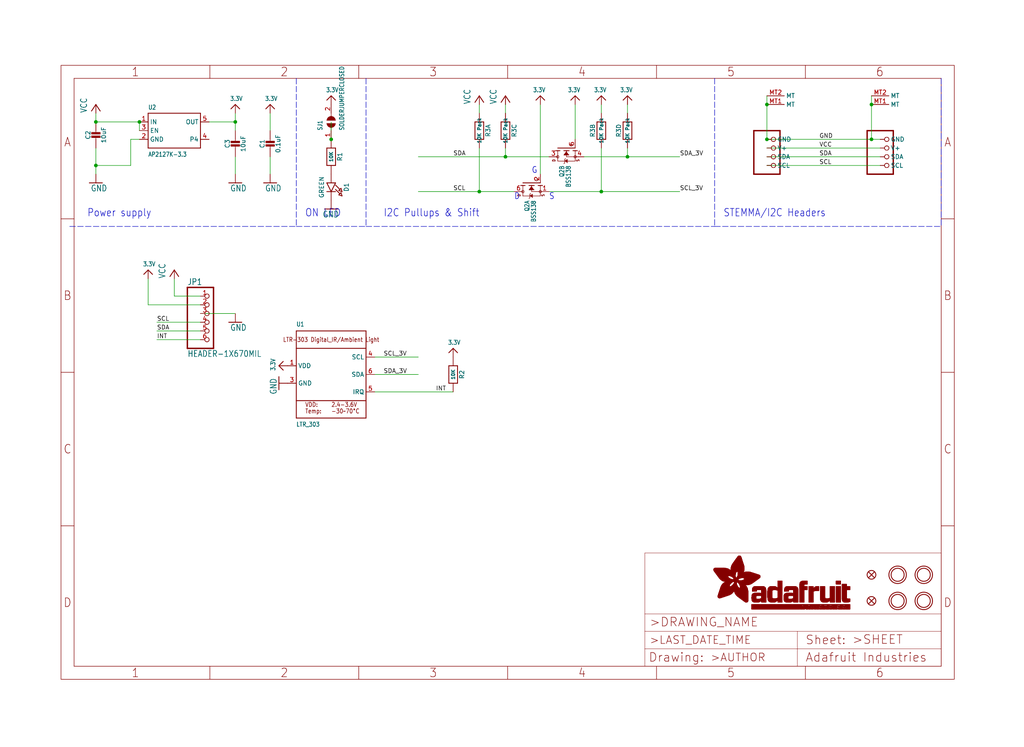
<source format=kicad_sch>
(kicad_sch (version 20211123) (generator eeschema)
  (paper "User" 298.45 217.881)
  (lib_symbols
    (symbol "eagleSchem-eagle-import:3.3V" (power)
      (property "Value" "3.3V" (at -1.524 1.016 0))
      (symbol "3.3V_1_0"
        (pin power_in line (at 0 -2.54 90) (length 2.54) (name "3.3V") (number "1"))
      )
    )
    (symbol "eagleSchem-eagle-import:CAP_CERAMIC0603_NO"
      (property "Reference" "C" (at -2.29 1.25 90))
      (property "Value" "CAP_CERAMIC0603_NO" (at 2.3 1.25 90))
      (symbol "CAP_CERAMIC0603_NO_1_0"
        (pin passive line (at 0 5.08 270) (length 2.54) (name "1") (number "1"))
        (pin passive line (at 0 -2.54 90) (length 2.54) (name "2") (number "2"))
      )
    )
    (symbol "eagleSchem-eagle-import:CAP_CERAMIC0805-NOOUTLINE"
      (property "Reference" "C" (at -2.29 1.25 90))
      (property "Value" "CAP_CERAMIC0805-NOOUTLINE" (at 2.3 1.25 90))
      (symbol "CAP_CERAMIC0805-NOOUTLINE_1_0"
        (pin passive line (at 0 5.08 270) (length 2.54) (name "1") (number "1"))
        (pin passive line (at 0 -2.54 90) (length 2.54) (name "2") (number "2"))
      )
    )
    (symbol "eagleSchem-eagle-import:FIDUCIAL_1MM")
    (symbol "eagleSchem-eagle-import:FRAME_A4_ADAFRUIT"
      (symbol "FRAME_A4_ADAFRUIT_0_0"
        (text "1" (at 21.6958 1.905 0) (effects (font (size 2.54 2.286))))
        (text "1" (at 21.6958 177.165 0) (effects (font (size 2.54 2.286))))
        (text "2" (at 65.0875 1.905 0) (effects (font (size 2.54 2.286))))
        (text "2" (at 65.0875 177.165 0) (effects (font (size 2.54 2.286))))
        (text "3" (at 108.4792 1.905 0) (effects (font (size 2.54 2.286))))
        (text "3" (at 108.4792 177.165 0) (effects (font (size 2.54 2.286))))
        (text "4" (at 151.8708 1.905 0) (effects (font (size 2.54 2.286))))
        (text "4" (at 151.8708 177.165 0) (effects (font (size 2.54 2.286))))
        (text "5" (at 195.2625 1.905 0) (effects (font (size 2.54 2.286))))
        (text "5" (at 195.2625 177.165 0) (effects (font (size 2.54 2.286))))
        (text "6" (at 238.6542 1.905 0) (effects (font (size 2.54 2.286))))
        (text "6" (at 238.6542 177.165 0) (effects (font (size 2.54 2.286))))
        (text "A" (at 1.905 156.6863 0) (effects (font (size 2.54 2.286))))
        (text "A" (at 258.445 156.6863 0) (effects (font (size 2.54 2.286))))
        (text "B" (at 1.905 111.9188 0) (effects (font (size 2.54 2.286))))
        (text "B" (at 258.445 111.9188 0) (effects (font (size 2.54 2.286))))
        (text "C" (at 1.905 67.1513 0) (effects (font (size 2.54 2.286))))
        (text "C" (at 258.445 67.1513 0) (effects (font (size 2.54 2.286))))
        (text "D" (at 1.905 22.3838 0) (effects (font (size 2.54 2.286))))
        (text "D" (at 258.445 22.3838 0) (effects (font (size 2.54 2.286))))
      )
      (symbol "FRAME_A4_ADAFRUIT_1_0"
        (text ">AUTHOR" (at 189.23 5.08 0) (effects (font (size 2.286 2.286)) (justify left bottom)))
        (text ">DRAWING_NAME" (at 171.45 15.24 0) (effects (font (size 2.54 2.54)) (justify left bottom)))
        (text ">LAST_DATE_TIME" (at 171.45 10.16 0) (effects (font (size 2.286 2.286)) (justify left bottom)))
        (text ">SHEET" (at 230.505 10.16 0) (effects (font (size 2.54 2.54)) (justify left bottom)))
        (text "Adafruit Industries" (at 216.916 4.953 0) (effects (font (size 2.54 2.54)) (justify left bottom)))
        (text "Drawing:" (at 171.196 4.953 0) (effects (font (size 2.54 2.54)) (justify left bottom)))
        (text "Sheet:" (at 216.916 10.033 0) (effects (font (size 2.54 2.54)) (justify left bottom)))
      )
    )
    (symbol "eagleSchem-eagle-import:GND" (power)
      (property "Value" "GND" (at -2.54 -2.54 0))
      (symbol "GND_1_0"
        (pin power_in line (at 0 2.54 270) (length 2.54) (name "GND") (number "1"))
      )
    )
    (symbol "eagleSchem-eagle-import:HEADER-1X670MIL"
      (property "Reference" "JP" (at -6.35 10.795 0))
      (property "Value" "HEADER-1X670MIL" (at -6.35 -10.16 0))
      (symbol "HEADER-1X670MIL_1_0"
        (pin passive inverted (at -2.54 7.62 0) (length 2.54) (name "1") (number "1"))
        (pin passive inverted (at -2.54 5.08 0) (length 2.54) (name "2") (number "2"))
        (pin passive inverted (at -2.54 2.54 0) (length 2.54) (name "3") (number "3"))
        (pin passive inverted (at -2.54 0 0) (length 2.54) (name "4") (number "4"))
        (pin passive inverted (at -2.54 -2.54 0) (length 2.54) (name "5") (number "5"))
        (pin passive inverted (at -2.54 -5.08 0) (length 2.54) (name "6") (number "6"))
      )
    )
    (symbol "eagleSchem-eagle-import:LED0603_NOOUTLINE"
      (property "Reference" "D" (at -1.27 4.445 0))
      (property "Value" "LED0603_NOOUTLINE" (at -1.27 -2.794 0))
      (symbol "LED0603_NOOUTLINE_1_0"
        (pin passive line (at -5.08 0 0) (length 2.54) (name "A") (number "A"))
        (pin passive line (at 2.54 0 180) (length 2.54) (name "C") (number "C"))
      )
    )
    (symbol "eagleSchem-eagle-import:LTR_303"
      (property "Reference" "X" (at -10.16 13.97 0))
      (property "Value" "LTR_303" (at -10.16 -15.24 0))
      (symbol "LTR_303_1_0"
        (text "-30~70°C" (at 0 -11.43 0) (effects (font (size 1.27 1.0795)) (justify left bottom)))
        (text "2.4-3.6V" (at 0 -9.525 0) (effects (font (size 1.27 1.0795)) (justify left bottom)))
        (text "LTR-303 Digital_IR/Ambient Light" (at 0 10.16 0) (effects (font (size 1.27 1.0795))))
        (text "Temp:" (at -7.62 -11.43 0) (effects (font (size 1.27 1.0795)) (justify left bottom)))
        (text "VDD:" (at -7.62 -9.525 0) (effects (font (size 1.27 1.0795)) (justify left bottom)))
        (pin power_in line (at -12.7 2.54 0) (length 2.54) (name "VDD") (number "1"))
        (pin power_in line (at -12.7 -2.54 0) (length 2.54) (name "GND") (number "3"))
        (pin input line (at 12.7 5.08 180) (length 2.54) (name "SCL") (number "4"))
        (pin output line (at 12.7 -5.08 180) (length 2.54) (name "IRQ") (number "5"))
        (pin bidirectional line (at 12.7 0 180) (length 2.54) (name "SDA") (number "6"))
      )
    )
    (symbol "eagleSchem-eagle-import:MOSFET-N_DUAL"
      (property "Reference" "Q" (at 5.08 0.635 0))
      (property "Value" "MOSFET-N_DUAL" (at 5.08 -1.27 0))
      (symbol "MOSFET-N_DUAL_1_0"
        (text "D" (at 3.175 3.175 0) (effects (font (size 0.8128 0.6908)) (justify left bottom)))
        (text "G" (at -1.27 -1.905 0) (effects (font (size 0.8128 0.6908)) (justify left bottom)))
        (text "S" (at 3.175 -3.81 0) (effects (font (size 0.8128 0.6908)) (justify left bottom)))
        (pin bidirectional line (at 2.54 -5.08 90) (length 2.54) (name "S") (number "1"))
        (pin bidirectional line (at -2.54 -2.54 0) (length 2.54) (name "G") (number "2"))
        (pin bidirectional line (at 2.54 5.08 270) (length 2.54) (name "D") (number "6"))
      )
      (symbol "MOSFET-N_DUAL_2_0"
        (text "D" (at 3.175 3.175 0) (effects (font (size 0.8128 0.6908)) (justify left bottom)))
        (text "G" (at -1.27 -1.905 0) (effects (font (size 0.8128 0.6908)) (justify left bottom)))
        (text "S" (at 3.175 -3.81 0) (effects (font (size 0.8128 0.6908)) (justify left bottom)))
        (pin bidirectional line (at 2.54 5.08 270) (length 2.54) (name "D") (number "3"))
        (pin bidirectional line (at 2.54 -5.08 90) (length 2.54) (name "S") (number "4"))
        (pin bidirectional line (at -2.54 -2.54 0) (length 2.54) (name "G") (number "5"))
      )
    )
    (symbol "eagleSchem-eagle-import:MOUNTINGHOLE2.5")
    (symbol "eagleSchem-eagle-import:RESISTOR_0603_NOOUT"
      (property "Reference" "R" (at 0 2.54 0))
      (property "Value" "RESISTOR_0603_NOOUT" (at 0 0 0))
      (symbol "RESISTOR_0603_NOOUT_1_0"
        (pin passive line (at -5.08 0 0) (length 2.54) (name "1") (number "1"))
        (pin passive line (at 5.08 0 180) (length 2.54) (name "2") (number "2"))
      )
    )
    (symbol "eagleSchem-eagle-import:RESISTOR_4PACK"
      (property "Reference" "R" (at 0 2.54 0))
      (property "Value" "RESISTOR_4PACK" (at 0 0 0))
      (symbol "RESISTOR_4PACK_1_0"
        (pin passive line (at -5.08 0 0) (length 2.54) (name "1") (number "1"))
        (pin passive line (at 5.08 0 180) (length 2.54) (name "2") (number "8"))
      )
      (symbol "RESISTOR_4PACK_2_0"
        (pin passive line (at -5.08 0 0) (length 2.54) (name "1") (number "2"))
        (pin passive line (at 5.08 0 180) (length 2.54) (name "2") (number "7"))
      )
      (symbol "RESISTOR_4PACK_3_0"
        (pin passive line (at -5.08 0 0) (length 2.54) (name "1") (number "3"))
        (pin passive line (at 5.08 0 180) (length 2.54) (name "2") (number "6"))
      )
      (symbol "RESISTOR_4PACK_4_0"
        (pin passive line (at -5.08 0 0) (length 2.54) (name "1") (number "4"))
        (pin passive line (at 5.08 0 180) (length 2.54) (name "2") (number "5"))
      )
    )
    (symbol "eagleSchem-eagle-import:SOLDERJUMPERCLOSED"
      (property "Reference" "SJ" (at -2.54 2.54 0))
      (property "Value" "SOLDERJUMPERCLOSED" (at -2.54 -3.81 0))
      (symbol "SOLDERJUMPERCLOSED_1_0"
        (pin passive line (at -5.08 0 0) (length 2.54) (name "1") (number "1"))
        (pin passive line (at 5.08 0 180) (length 2.54) (name "2") (number "2"))
      )
    )
    (symbol "eagleSchem-eagle-import:STEMMA_I2C_QT"
      (symbol "STEMMA_I2C_QT_1_0"
        (pin passive inverted (at 0 5.08 0) (length 2.54) (name "GND") (number "1"))
        (pin passive inverted (at 0 2.54 0) (length 2.54) (name "V+") (number "2"))
        (pin passive inverted (at 0 0 0) (length 2.54) (name "SDA") (number "3"))
        (pin passive inverted (at 0 -2.54 0) (length 2.54) (name "SCL") (number "4"))
      )
      (symbol "STEMMA_I2C_QT_2_0"
        (pin bidirectional line (at 0 0 0) (length 5.08) (name "MT") (number "MT1"))
      )
      (symbol "STEMMA_I2C_QT_3_0"
        (pin bidirectional line (at 0 0 0) (length 5.08) (name "MT") (number "MT2"))
      )
    )
    (symbol "eagleSchem-eagle-import:VCC" (power)
      (property "Value" "VCC" (at -2.54 -2.54 90))
      (symbol "VCC_1_0"
        (pin power_in line (at 0 -2.54 90) (length 2.54) (name "VCC") (number "1"))
      )
    )
    (symbol "eagleSchem-eagle-import:VREG_SOT23-5"
      (property "Reference" "U" (at -7.62 6.096 0))
      (property "Value" "VREG_SOT23-5" (at -7.62 -7.62 0))
      (symbol "VREG_SOT23-5_1_0"
        (pin power_in line (at -10.16 2.54 0) (length 2.54) (name "IN") (number "1"))
        (pin power_in line (at -10.16 -2.54 0) (length 2.54) (name "GND") (number "2"))
        (pin input line (at -10.16 0 0) (length 2.54) (name "EN") (number "3"))
        (pin bidirectional line (at 10.16 -2.54 180) (length 2.54) (name "P4") (number "4"))
        (pin power_in line (at 10.16 2.54 180) (length 2.54) (name "OUT") (number "5"))
      )
    )
  )
  (junction (at 175.26 55.88))
  (junction (at 96.52 40.64))
  (junction (at 223.52 30.48))
  (junction (at 254 30.48))
  (junction (at 147.32 45.72))
  (junction (at 254 40.64))
  (junction (at 68.58 35.56))
  (junction (at 27.94 48.26))
  (junction (at 40.64 35.56))
  (junction (at 27.94 35.56))
  (junction (at 223.52 40.64))
  (junction (at 139.7 55.88))
  (junction (at 182.88 45.72))
  (wire (pts (xy 43.18 88.9) (xy 43.18 81.28)))
  (wire (pts (xy 149.86 55.88) (xy 139.7 55.88)))
  (wire (pts (xy 182.88 33.02) (xy 182.88 30.48)))
  (wire (pts (xy 182.88 43.18) (xy 182.88 45.72)))
  (wire (pts (xy 160.02 55.88) (xy 175.26 55.88)))
  (wire (pts (xy 38.1 48.26) (xy 27.94 48.26)))
  (wire (pts (xy 78.74 33.02) (xy 78.74 38.1)))
  (wire (pts (xy 40.64 40.64) (xy 38.1 40.64)))
  (wire (pts (xy 109.22 114.3) (xy 132.08 114.3)))
  (polyline (pts (xy 20.32 66.04) (xy 86.36 66.04)))
  (wire (pts (xy 157.48 50.8) (xy 157.48 30.48)))
  (polyline (pts (xy 208.28 66.04) (xy 274.32 66.04)))
  (wire (pts (xy 256.54 40.64) (xy 254 40.64)))
  (polyline (pts (xy 86.36 22.86) (xy 86.36 66.04)))
  (wire (pts (xy 167.64 40.64) (xy 167.64 30.48)))
  (wire (pts (xy 68.58 35.56) (xy 68.58 38.1)))
  (wire (pts (xy 254 40.64) (xy 223.52 40.64)))
  (wire (pts (xy 27.94 48.26) (xy 27.94 50.8)))
  (wire (pts (xy 58.42 96.52) (xy 45.72 96.52)))
  (polyline (pts (xy 86.36 66.04) (xy 106.68 66.04)))
  (wire (pts (xy 27.94 48.26) (xy 27.94 43.18)))
  (wire (pts (xy 223.52 48.26) (xy 256.54 48.26)))
  (wire (pts (xy 38.1 40.64) (xy 38.1 48.26)))
  (wire (pts (xy 175.26 33.02) (xy 175.26 30.48)))
  (wire (pts (xy 160.02 45.72) (xy 147.32 45.72)))
  (wire (pts (xy 58.42 99.06) (xy 45.72 99.06)))
  (wire (pts (xy 223.52 43.18) (xy 256.54 43.18)))
  (wire (pts (xy 254 30.48) (xy 254 40.64)))
  (wire (pts (xy 40.64 35.56) (xy 27.94 35.56)))
  (wire (pts (xy 58.42 93.98) (xy 45.72 93.98)))
  (wire (pts (xy 58.42 91.44) (xy 68.58 91.44)))
  (wire (pts (xy 58.42 88.9) (xy 43.18 88.9)))
  (wire (pts (xy 139.7 43.18) (xy 139.7 55.88)))
  (wire (pts (xy 147.32 45.72) (xy 121.92 45.72)))
  (wire (pts (xy 139.7 30.48) (xy 139.7 33.02)))
  (wire (pts (xy 121.92 109.22) (xy 109.22 109.22)))
  (polyline (pts (xy 274.32 22.86) (xy 274.32 66.04)))
  (wire (pts (xy 175.26 55.88) (xy 198.12 55.88)))
  (wire (pts (xy 68.58 35.56) (xy 68.58 33.02)))
  (wire (pts (xy 256.54 45.72) (xy 223.52 45.72)))
  (polyline (pts (xy 208.28 22.86) (xy 208.28 66.04)))
  (wire (pts (xy 254 27.94) (xy 254 30.48)))
  (wire (pts (xy 139.7 55.88) (xy 121.92 55.88)))
  (wire (pts (xy 175.26 43.18) (xy 175.26 55.88)))
  (wire (pts (xy 40.64 38.1) (xy 40.64 35.56)))
  (wire (pts (xy 223.52 27.94) (xy 223.52 30.48)))
  (wire (pts (xy 68.58 45.72) (xy 68.58 50.8)))
  (polyline (pts (xy 106.68 66.04) (xy 208.28 66.04)))
  (wire (pts (xy 223.52 30.48) (xy 223.52 40.64)))
  (wire (pts (xy 96.52 40.64) (xy 96.52 35.6362)))
  (wire (pts (xy 60.96 35.56) (xy 68.58 35.56)))
  (polyline (pts (xy 106.68 22.86) (xy 106.68 66.04)))
  (wire (pts (xy 50.8 86.36) (xy 50.8 81.28)))
  (wire (pts (xy 78.74 45.72) (xy 78.74 50.8)))
  (wire (pts (xy 27.94 33.02) (xy 27.94 35.56)))
  (wire (pts (xy 147.32 33.02) (xy 147.32 30.48)))
  (wire (pts (xy 182.88 45.72) (xy 198.12 45.72)))
  (wire (pts (xy 147.32 43.18) (xy 147.32 45.72)))
  (wire (pts (xy 58.42 86.36) (xy 50.8 86.36)))
  (wire (pts (xy 109.22 104.14) (xy 121.92 104.14)))
  (wire (pts (xy 170.18 45.72) (xy 182.88 45.72)))
  (text "I2C Pullups & Shift" (at 111.76 63.5 180) (effects (font (size 2.1844 1.8567)) (justify left bottom)))
  (text "STEMMA/I2C Headers" (at 210.82 63.5 180) (effects (font (size 2.1844 1.8567)) (justify left bottom)))
  (text "D" (at 149.86 58.42 180) (effects (font (size 1.778 1.5113)) (justify left bottom)))
  (text "S" (at 160.02 58.42 180) (effects (font (size 1.778 1.5113)) (justify left bottom)))
  (text "Power supply" (at 25.4 63.5 180) (effects (font (size 2.1844 1.8567)) (justify left bottom)))
  (text "G" (at 154.94 50.8 180) (effects (font (size 1.778 1.5113)) (justify left bottom)))
  (text "ON LED" (at 88.9 63.5 180) (effects (font (size 2.1844 1.8567)) (justify left bottom)))
  (label "SDA" (at 45.72 96.52 0) (effects (font (size 1.2446 1.2446))))
  (label "SCL" (at 238.76 48.26 0) (effects (font (size 1.2446 1.2446))))
  (label "VCC" (at 238.76 43.18 0) (effects (font (size 1.2446 1.2446))))
  (label "SDA" (at 238.76 45.72 0) (effects (font (size 1.2446 1.2446))))
  (label "SCL_3V" (at 111.76 104.14 0) (effects (font (size 1.2446 1.2446))))
  (label "INT" (at 127 114.3 0) (effects (font (size 1.2446 1.2446))))
  (label "SDA" (at 132.08 45.72 0) (effects (font (size 1.2446 1.2446))))
  (label "SCL" (at 45.72 93.98 0) (effects (font (size 1.2446 1.2446))))
  (label "GND" (at 238.76 40.64 0) (effects (font (size 1.2446 1.2446))))
  (label "SDA_3V" (at 198.12 45.72 0) (effects (font (size 1.2446 1.2446))))
  (label "INT" (at 45.72 99.06 0) (effects (font (size 1.2446 1.2446))))
  (label "SCL" (at 132.08 55.88 0) (effects (font (size 1.2446 1.2446))))
  (label "SCL_3V" (at 198.12 55.88 0) (effects (font (size 1.2446 1.2446))))
  (label "SDA_3V" (at 111.76 109.22 0) (effects (font (size 1.2446 1.2446))))
  (symbol (lib_id "eagleSchem-eagle-import:MOUNTINGHOLE2.5") (at 261.62 167.64 0) (unit 1)
    (property "Reference" "U$17" (effects hide))
    (property "Value" "MOUNTINGHOLE2.5" (effects hide))
    (property "Footprint" "eagleSchem:MOUNTINGHOLE_2.5_PLATED" (effects hide))
  )
  (symbol (lib_id "eagleSchem-eagle-import:CAP_CERAMIC0603_NO") (at 78.74 43.18 0) (unit 1)
    (property "Reference" "C1" (at 76.45 41.93 90))
    (property "Value" "0.1uF" (at 81.04 41.93 90))
    (property "Footprint" "eagleSchem:0603-NO" (effects hide))
  )
  (symbol (lib_id "eagleSchem-eagle-import:SOLDERJUMPERCLOSED") (at 96.52 35.56 90) (unit 1)
    (property "Reference" "SJ1" (at 93.98 38.1 0) (effects (font (size 1.27 1.0795)) (justify left bottom)))
    (property "Value" "SOLDERJUMPERCLOSED" (at 100.33 38.1 0) (effects (font (size 1.27 1.0795)) (justify left bottom)))
    (property "Footprint" "eagleSchem:SOLDERJUMPER_CLOSEDWIRE" (effects hide))
  )
  (symbol (lib_id "eagleSchem-eagle-import:RESISTOR_4PACK") (at 139.7 38.1 270) (unit 1)
    (property "Reference" "R3" (at 142.24 38.1 0))
    (property "Value" "10K Pack" (at 139.7 38.1 0) (effects (font (size 1.016 1.016) bold)))
    (property "Footprint" "eagleSchem:RESPACK_4X0603" (effects hide))
  )
  (symbol (lib_id "eagleSchem-eagle-import:GND") (at 81.28 111.76 270) (unit 1)
    (property "Reference" "#U$11" (effects hide))
    (property "Value" "GND" (at 78.74 110.236 0) (effects (font (size 1.778 1.5113)) (justify left bottom)))
    (property "Footprint" "eagleSchem:" (effects hide))
  )
  (symbol (lib_id "eagleSchem-eagle-import:VCC") (at 27.94 30.48 0) (unit 1)
    (property "Reference" "#P+3" (effects hide))
    (property "Value" "VCC" (at 25.4 33.02 90) (effects (font (size 1.778 1.5113)) (justify left bottom)))
    (property "Footprint" "eagleSchem:" (effects hide))
  )
  (symbol (lib_id "eagleSchem-eagle-import:FIDUCIAL_1MM") (at 254 175.26 0) (unit 1)
    (property "Reference" "FID3" (effects hide))
    (property "Value" "FIDUCIAL_1MM" (effects hide))
    (property "Footprint" "eagleSchem:FIDUCIAL_1MM" (effects hide))
  )
  (symbol (lib_id "eagleSchem-eagle-import:3.3V") (at 78.74 30.48 0) (unit 1)
    (property "Reference" "#U$14" (effects hide))
    (property "Value" "3.3V" (at 77.216 29.464 0) (effects (font (size 1.27 1.0795)) (justify left bottom)))
    (property "Footprint" "eagleSchem:" (effects hide))
  )
  (symbol (lib_id "eagleSchem-eagle-import:LED0603_NOOUTLINE") (at 96.52 55.88 270) (unit 1)
    (property "Reference" "D1" (at 100.965 54.61 0))
    (property "Value" "GREEN" (at 93.726 54.61 0))
    (property "Footprint" "eagleSchem:CHIPLED_0603_NOOUTLINE" (effects hide))
  )
  (symbol (lib_id "eagleSchem-eagle-import:GND") (at 78.74 53.34 0) (unit 1)
    (property "Reference" "#U$6" (effects hide))
    (property "Value" "GND" (at 77.216 55.88 0) (effects (font (size 1.778 1.5113)) (justify left bottom)))
    (property "Footprint" "eagleSchem:" (effects hide))
  )
  (symbol (lib_id "eagleSchem-eagle-import:STEMMA_I2C_QT") (at 223.52 45.72 0) (unit 1)
    (property "Reference" "CONN3" (effects hide))
    (property "Value" "STEMMA_I2C_QT" (effects hide))
    (property "Footprint" "eagleSchem:JST_SH4" (effects hide))
  )
  (symbol (lib_id "eagleSchem-eagle-import:STEMMA_I2C_QT") (at 256.54 45.72 0) (unit 1)
    (property "Reference" "CONN4" (effects hide))
    (property "Value" "STEMMA_I2C_QT" (effects hide))
    (property "Footprint" "eagleSchem:JST_SH4" (effects hide))
  )
  (symbol (lib_id "eagleSchem-eagle-import:3.3V") (at 81.28 106.68 90) (unit 1)
    (property "Reference" "#U$4" (effects hide))
    (property "Value" "3.3V" (at 80.264 108.204 0) (effects (font (size 1.27 1.0795)) (justify left bottom)))
    (property "Footprint" "eagleSchem:" (effects hide))
  )
  (symbol (lib_id "eagleSchem-eagle-import:GND") (at 68.58 93.98 0) (unit 1)
    (property "Reference" "#U$10" (effects hide))
    (property "Value" "GND" (at 67.056 96.52 0) (effects (font (size 1.778 1.5113)) (justify left bottom)))
    (property "Footprint" "eagleSchem:" (effects hide))
  )
  (symbol (lib_id "eagleSchem-eagle-import:CAP_CERAMIC0805-NOOUTLINE") (at 27.94 40.64 0) (unit 1)
    (property "Reference" "C2" (at 25.65 39.39 90))
    (property "Value" "10uF" (at 30.24 39.39 90))
    (property "Footprint" "eagleSchem:0805-NO" (effects hide))
  )
  (symbol (lib_id "eagleSchem-eagle-import:STEMMA_I2C_QT") (at 254 30.48 0) (unit 2)
    (property "Reference" "CONN4" (effects hide))
    (property "Value" "STEMMA_I2C_QT" (effects hide))
    (property "Footprint" "eagleSchem:JST_SH4" (effects hide))
  )
  (symbol (lib_id "eagleSchem-eagle-import:MOUNTINGHOLE2.5") (at 261.62 175.26 0) (unit 1)
    (property "Reference" "U$1" (effects hide))
    (property "Value" "MOUNTINGHOLE2.5" (effects hide))
    (property "Footprint" "eagleSchem:MOUNTINGHOLE_2.5_PLATED" (effects hide))
  )
  (symbol (lib_id "eagleSchem-eagle-import:FRAME_A4_ADAFRUIT") (at 17.78 198.12 0) (unit 1)
    (property "Reference" "#U$18" (effects hide))
    (property "Value" "FRAME_A4_ADAFRUIT" (effects hide))
    (property "Footprint" "eagleSchem:" (effects hide))
  )
  (symbol (lib_id "eagleSchem-eagle-import:VCC") (at 139.7 27.94 0) (unit 1)
    (property "Reference" "#P+1" (effects hide))
    (property "Value" "VCC" (at 137.16 30.48 90) (effects (font (size 1.778 1.5113)) (justify left bottom)))
    (property "Footprint" "eagleSchem:" (effects hide))
  )
  (symbol (lib_id "eagleSchem-eagle-import:3.3V") (at 175.26 27.94 0) (mirror y) (unit 1)
    (property "Reference" "#U$24" (effects hide))
    (property "Value" "3.3V" (at 176.784 26.924 0) (effects (font (size 1.27 1.0795)) (justify left bottom)))
    (property "Footprint" "eagleSchem:" (effects hide))
  )
  (symbol (lib_id "eagleSchem-eagle-import:3.3V") (at 132.08 101.6 0) (unit 1)
    (property "Reference" "#U$2" (effects hide))
    (property "Value" "3.3V" (at 130.556 100.584 0) (effects (font (size 1.27 1.0795)) (justify left bottom)))
    (property "Footprint" "eagleSchem:" (effects hide))
  )
  (symbol (lib_id "eagleSchem-eagle-import:3.3V") (at 167.64 27.94 0) (mirror y) (unit 1)
    (property "Reference" "#U$23" (effects hide))
    (property "Value" "3.3V" (at 169.164 26.924 0) (effects (font (size 1.27 1.0795)) (justify left bottom)))
    (property "Footprint" "eagleSchem:" (effects hide))
  )
  (symbol (lib_id "eagleSchem-eagle-import:GND") (at 27.94 53.34 0) (unit 1)
    (property "Reference" "#U$13" (effects hide))
    (property "Value" "GND" (at 26.416 55.88 0) (effects (font (size 1.778 1.5113)) (justify left bottom)))
    (property "Footprint" "eagleSchem:" (effects hide))
  )
  (symbol (lib_id "eagleSchem-eagle-import:VREG_SOT23-5") (at 50.8 38.1 0) (unit 1)
    (property "Reference" "U2" (at 43.18 32.004 0) (effects (font (size 1.27 1.0795)) (justify left bottom)))
    (property "Value" "AP2127K-3.3" (at 43.18 45.72 0) (effects (font (size 1.27 1.0795)) (justify left bottom)))
    (property "Footprint" "eagleSchem:SOT23-5" (effects hide))
  )
  (symbol (lib_id "eagleSchem-eagle-import:STEMMA_I2C_QT") (at 223.52 27.94 0) (unit 3)
    (property "Reference" "CONN3" (effects hide))
    (property "Value" "STEMMA_I2C_QT" (effects hide))
    (property "Footprint" "eagleSchem:JST_SH4" (effects hide))
  )
  (symbol (lib_id "eagleSchem-eagle-import:3.3V") (at 157.48 27.94 0) (mirror y) (unit 1)
    (property "Reference" "#U$26" (effects hide))
    (property "Value" "3.3V" (at 159.004 26.924 0) (effects (font (size 1.27 1.0795)) (justify left bottom)))
    (property "Footprint" "eagleSchem:" (effects hide))
  )
  (symbol (lib_id "eagleSchem-eagle-import:STEMMA_I2C_QT") (at 254 27.94 0) (unit 3)
    (property "Reference" "CONN4" (effects hide))
    (property "Value" "STEMMA_I2C_QT" (effects hide))
    (property "Footprint" "eagleSchem:JST_SH4" (effects hide))
  )
  (symbol (lib_id "eagleSchem-eagle-import:GND") (at 68.58 53.34 0) (unit 1)
    (property "Reference" "#U$5" (effects hide))
    (property "Value" "GND" (at 67.056 55.88 0) (effects (font (size 1.778 1.5113)) (justify left bottom)))
    (property "Footprint" "eagleSchem:" (effects hide))
  )
  (symbol (lib_id "eagleSchem-eagle-import:MOUNTINGHOLE2.5") (at 269.24 167.64 0) (unit 1)
    (property "Reference" "U$19" (effects hide))
    (property "Value" "MOUNTINGHOLE2.5" (effects hide))
    (property "Footprint" "eagleSchem:MOUNTINGHOLE_2.5_PLATED" (effects hide))
  )
  (symbol (lib_id "eagleSchem-eagle-import:RESISTOR_0603_NOOUT") (at 132.08 109.22 270) (unit 1)
    (property "Reference" "R2" (at 134.62 109.22 0))
    (property "Value" "10K" (at 132.08 109.22 0) (effects (font (size 1.016 1.016) bold)))
    (property "Footprint" "eagleSchem:0603-NO" (effects hide))
  )
  (symbol (lib_id "eagleSchem-eagle-import:FIDUCIAL_1MM") (at 254 167.64 0) (unit 1)
    (property "Reference" "FID4" (effects hide))
    (property "Value" "FIDUCIAL_1MM" (effects hide))
    (property "Footprint" "eagleSchem:FIDUCIAL_1MM" (effects hide))
  )
  (symbol (lib_id "eagleSchem-eagle-import:RESISTOR_4PACK") (at 147.32 38.1 270) (unit 3)
    (property "Reference" "R3" (at 149.86 38.1 0))
    (property "Value" "10K Pack" (at 147.32 38.1 0) (effects (font (size 1.016 1.016) bold)))
    (property "Footprint" "eagleSchem:RESPACK_4X0603" (effects hide))
  )
  (symbol (lib_id "eagleSchem-eagle-import:MOSFET-N_DUAL") (at 154.94 53.34 90) (mirror x) (unit 1)
    (property "Reference" "Q2" (at 154.305 58.42 0) (effects (font (size 1.27 1.0795)) (justify left bottom)))
    (property "Value" "BSS138" (at 156.21 58.42 0) (effects (font (size 1.27 1.0795)) (justify left bottom)))
    (property "Footprint" "eagleSchem:SOT363" (effects hide))
  )
  (symbol (lib_id "eagleSchem-eagle-import:VCC") (at 147.32 27.94 0) (unit 1)
    (property "Reference" "#P+2" (effects hide))
    (property "Value" "VCC" (at 144.78 30.48 90) (effects (font (size 1.778 1.5113)) (justify left bottom)))
    (property "Footprint" "eagleSchem:" (effects hide))
  )
  (symbol (lib_id "eagleSchem-eagle-import:CAP_CERAMIC0805-NOOUTLINE") (at 68.58 43.18 0) (unit 1)
    (property "Reference" "C3" (at 66.29 41.93 90))
    (property "Value" "10uF" (at 70.88 41.93 90))
    (property "Footprint" "eagleSchem:0805-NO" (effects hide))
  )
  (symbol (lib_id "eagleSchem-eagle-import:MOUNTINGHOLE2.5") (at 269.24 175.26 0) (unit 1)
    (property "Reference" "U$21" (effects hide))
    (property "Value" "MOUNTINGHOLE2.5" (effects hide))
    (property "Footprint" "eagleSchem:MOUNTINGHOLE_2.5_PLATED" (effects hide))
  )
  (symbol (lib_id "eagleSchem-eagle-import:3.3V") (at 182.88 27.94 0) (mirror y) (unit 1)
    (property "Reference" "#U$7" (effects hide))
    (property "Value" "3.3V" (at 184.404 26.924 0) (effects (font (size 1.27 1.0795)) (justify left bottom)))
    (property "Footprint" "eagleSchem:" (effects hide))
  )
  (symbol (lib_id "eagleSchem-eagle-import:HEADER-1X670MIL") (at 60.96 93.98 0) (unit 1)
    (property "Reference" "JP1" (at 54.61 83.185 0) (effects (font (size 1.778 1.5113)) (justify left bottom)))
    (property "Value" "HEADER-1X670MIL" (at 54.61 104.14 0) (effects (font (size 1.778 1.5113)) (justify left bottom)))
    (property "Footprint" "eagleSchem:1X06_ROUND_70" (effects hide))
  )
  (symbol (lib_id "eagleSchem-eagle-import:3.3V") (at 68.58 30.48 0) (unit 1)
    (property "Reference" "#U$15" (effects hide))
    (property "Value" "3.3V" (at 67.056 29.464 0) (effects (font (size 1.27 1.0795)) (justify left bottom)))
    (property "Footprint" "eagleSchem:" (effects hide))
  )
  (symbol (lib_id "eagleSchem-eagle-import:MOSFET-N_DUAL") (at 165.1 43.18 90) (mirror x) (unit 2)
    (property "Reference" "Q2" (at 164.465 48.26 0) (effects (font (size 1.27 1.0795)) (justify left bottom)))
    (property "Value" "BSS138" (at 166.37 48.26 0) (effects (font (size 1.27 1.0795)) (justify left bottom)))
    (property "Footprint" "eagleSchem:SOT363" (effects hide))
  )
  (symbol (lib_id "eagleSchem-eagle-import:RESISTOR_4PACK") (at 175.26 38.1 90) (mirror x) (unit 2)
    (property "Reference" "R3" (at 172.72 38.1 0))
    (property "Value" "10K Pack" (at 175.26 38.1 0) (effects (font (size 1.016 1.016) bold)))
    (property "Footprint" "eagleSchem:RESPACK_4X0603" (effects hide))
  )
  (symbol (lib_id "eagleSchem-eagle-import:LTR_303") (at 96.52 109.22 0) (unit 1)
    (property "Reference" "U1" (at 86.36 95.25 0) (effects (font (size 1.27 1.0795)) (justify left bottom)))
    (property "Value" "LTR_303" (at 86.36 124.46 0) (effects (font (size 1.27 1.0795)) (justify left bottom)))
    (property "Footprint" "eagleSchem:LTR390" (effects hide))
  )
  (symbol (lib_id "eagleSchem-eagle-import:RESISTOR_0603_NOOUT") (at 96.52 45.72 270) (unit 1)
    (property "Reference" "R1" (at 99.06 45.72 0))
    (property "Value" "10K" (at 96.52 45.72 0) (effects (font (size 1.016 1.016) bold)))
    (property "Footprint" "eagleSchem:0603-NO" (effects hide))
  )
  (symbol (lib_id "eagleSchem-eagle-import:VCC") (at 50.8 78.74 0) (unit 1)
    (property "Reference" "#P+4" (effects hide))
    (property "Value" "VCC" (at 48.26 81.28 90) (effects (font (size 1.778 1.5113)) (justify left bottom)))
    (property "Footprint" "eagleSchem:" (effects hide))
  )
  (symbol (lib_id "eagleSchem-eagle-import:3.3V") (at 96.52 27.94 0) (unit 1)
    (property "Reference" "#U$3" (effects hide))
    (property "Value" "3.3V" (at 94.996 26.924 0) (effects (font (size 1.27 1.0795)) (justify left bottom)))
    (property "Footprint" "eagleSchem:" (effects hide))
  )
  (symbol (lib_id "eagleSchem-eagle-import:STEMMA_I2C_QT") (at 223.52 30.48 0) (unit 2)
    (property "Reference" "CONN3" (effects hide))
    (property "Value" "STEMMA_I2C_QT" (effects hide))
    (property "Footprint" "eagleSchem:JST_SH4" (effects hide))
  )
  (symbol (lib_id "eagleSchem-eagle-import:RESISTOR_4PACK") (at 182.88 38.1 90) (mirror x) (unit 4)
    (property "Reference" "R3" (at 180.34 38.1 0))
    (property "Value" "10K Pack" (at 182.88 38.1 0) (effects (font (size 1.016 1.016) bold)))
    (property "Footprint" "eagleSchem:RESPACK_4X0603" (effects hide))
  )
  (symbol (lib_id "eagleSchem-eagle-import:GND") (at 96.52 60.96 0) (unit 1)
    (property "Reference" "#GND6" (effects hide))
    (property "Value" "GND" (at 93.98 63.5 0) (effects (font (size 1.778 1.5113)) (justify left bottom)))
    (property "Footprint" "eagleSchem:" (effects hide))
  )
  (symbol (lib_id "eagleSchem-eagle-import:3.3V") (at 43.18 78.74 0) (unit 1)
    (property "Reference" "#U$16" (effects hide))
    (property "Value" "3.3V" (at 41.656 77.724 0) (effects (font (size 1.27 1.0795)) (justify left bottom)))
    (property "Footprint" "eagleSchem:" (effects hide))
  )
)
</source>
